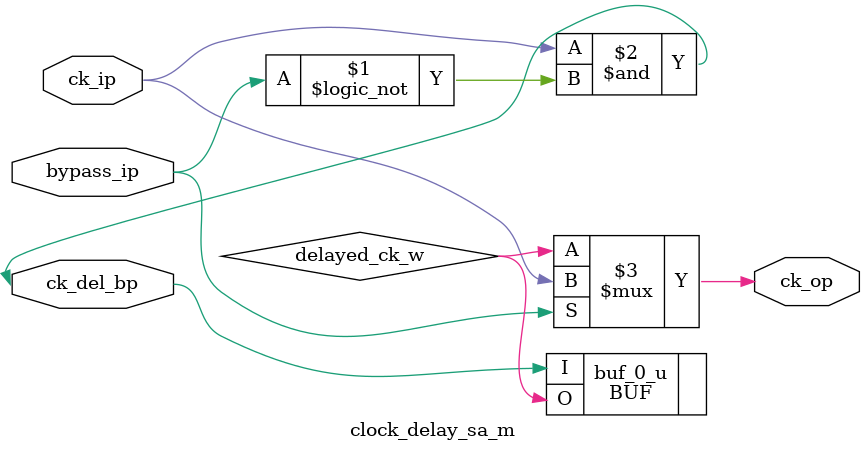
<source format=v>
module clock_delay_sa_m (
			 input ck_ip,
			 input bypass_ip,
			 inout ck_del_bp,
			 output ck_op
			 );
   wire 			delayed_ck_w;

`ifdef SIMULATION_D
   assign #10 delayed_ck_w = ck_del_bp;
`else  
   BUF   buf_0_u ( .I(ck_del_bp), .O(delayed_ck_w));
`endif
		   
   assign ck_del_bp = ck_ip & !bypass_ip;
   assign ck_op = ( bypass_ip ) ? ck_ip : delayed_ck_w;
   
endmodule // clock_delay_sa_m

</source>
